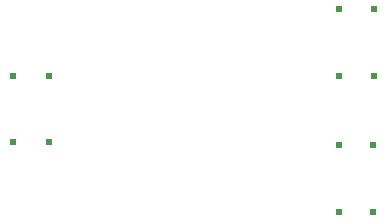
<source format=gbr>
G04 ===== Begin FILE IDENTIFICATION =====*
G04 File Format:  Gerber RS274X*
G04 ===== End FILE IDENTIFICATION =====*
%FSLAX24Y24*%
%MOMM*%
%SFA1.0000B1.0000*%
%OFA0.0B0.0*%
%ADD14C,0.604000*%
%LNhole*%
%IPPOS*%
%LPD*%
G75*
D14*
X558000Y405000D03*
Y461000D03*
X589000Y405000D03*
Y461000D03*
X834000Y345288D03*
Y402288D03*
Y460288D03*
Y517288D03*
X863000Y345288D03*
Y402288D03*
X864000Y460288D03*
Y517288D03*
M02*


</source>
